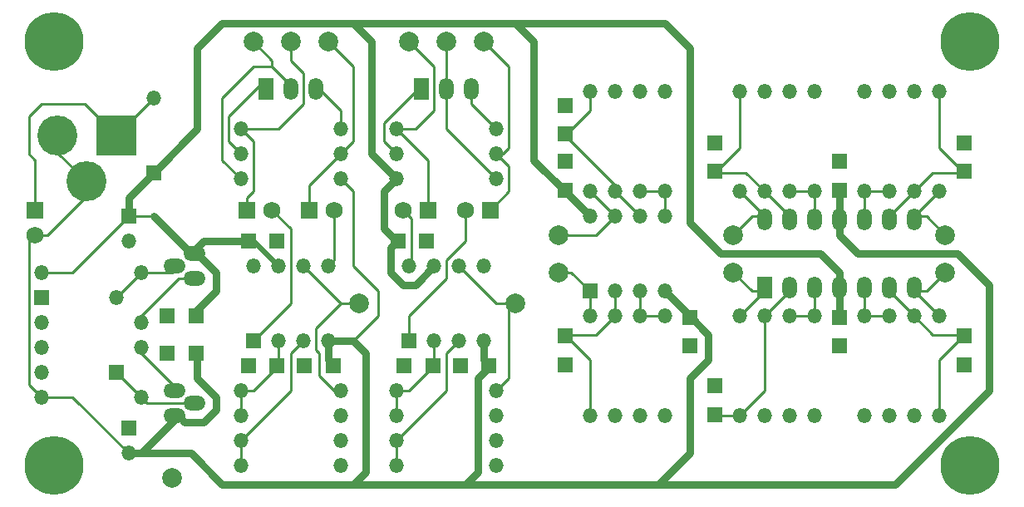
<source format=gtl>
G04 (created by PCBNEW (22-Jun-2014 BZR 4027)-stable) date Sun 10 Jun 2018 01:47:27 AM CDT*
%MOIN*%
G04 Gerber Fmt 3.4, Leading zero omitted, Abs format*
%FSLAX34Y34*%
G01*
G70*
G90*
G04 APERTURE LIST*
%ADD10C,0.00393701*%
%ADD11O,0.0885X0.059*%
%ADD12C,0.079*%
%ADD13R,0.069X0.069*%
%ADD14C,0.069*%
%ADD15O,0.059X0.059*%
%ADD16R,0.059X0.059*%
%ADD17R,0.059X0.064*%
%ADD18R,0.064X0.059*%
%ADD19R,0.16X0.16*%
%ADD20C,0.16*%
%ADD21O,0.059X0.0885*%
%ADD22R,0.059X0.0885*%
%ADD23C,0.23622*%
%ADD24C,0.01*%
%ADD25C,0.03*%
%ADD26C,0.02*%
G04 APERTURE END LIST*
G54D10*
G54D11*
X73602Y-66750D03*
X74397Y-67250D03*
X73602Y-67750D03*
X74397Y-62250D03*
X73602Y-61750D03*
X74397Y-61250D03*
G54D12*
X104500Y-60500D03*
X87250Y-63250D03*
X83000Y-52750D03*
X86000Y-52750D03*
X84500Y-52750D03*
X78250Y-52750D03*
X76750Y-52750D03*
X79750Y-52750D03*
X81000Y-63250D03*
X73500Y-70250D03*
X89000Y-60500D03*
X89000Y-62000D03*
X96000Y-60500D03*
X96000Y-62000D03*
X104500Y-62000D03*
G54D13*
X68000Y-59500D03*
G54D14*
X68000Y-60500D03*
G54D13*
X76500Y-59500D03*
G54D14*
X77500Y-59500D03*
G54D13*
X79000Y-59500D03*
G54D14*
X80000Y-59500D03*
G54D13*
X86250Y-59500D03*
G54D14*
X85250Y-59500D03*
G54D13*
X83750Y-59500D03*
G54D14*
X82750Y-59500D03*
G54D15*
X76250Y-67750D03*
X80250Y-67750D03*
X82500Y-69750D03*
X86500Y-69750D03*
X82500Y-58250D03*
X86500Y-58250D03*
X82500Y-68750D03*
X86500Y-68750D03*
X96250Y-63750D03*
X96250Y-67750D03*
X97250Y-63750D03*
X97250Y-67750D03*
X99250Y-63750D03*
X99250Y-67750D03*
X98250Y-63750D03*
X98250Y-67750D03*
X104250Y-63750D03*
X104250Y-67750D03*
X103250Y-63750D03*
X103250Y-67750D03*
X101250Y-63750D03*
X101250Y-67750D03*
X102250Y-63750D03*
X102250Y-67750D03*
X104250Y-58750D03*
X104250Y-54750D03*
X103250Y-58750D03*
X103250Y-54750D03*
X101250Y-58750D03*
X101250Y-54750D03*
X102250Y-58750D03*
X102250Y-54750D03*
X96250Y-58750D03*
X96250Y-54750D03*
X97250Y-58750D03*
X97250Y-54750D03*
X99250Y-58750D03*
X99250Y-54750D03*
X98250Y-58750D03*
X98250Y-54750D03*
X91250Y-63750D03*
X91250Y-67750D03*
X80250Y-66750D03*
X76250Y-66750D03*
X76250Y-69750D03*
X80250Y-69750D03*
X76250Y-68750D03*
X80250Y-68750D03*
X68250Y-62000D03*
X72250Y-62000D03*
X72250Y-67000D03*
X68250Y-67000D03*
X72250Y-64000D03*
X68250Y-64000D03*
X68250Y-65000D03*
X72250Y-65000D03*
X90250Y-63750D03*
X90250Y-67750D03*
X82500Y-67750D03*
X86500Y-67750D03*
X93250Y-63750D03*
X93250Y-67750D03*
X92250Y-63750D03*
X92250Y-67750D03*
X90250Y-58750D03*
X90250Y-54750D03*
X91250Y-58750D03*
X91250Y-54750D03*
X92250Y-58750D03*
X92250Y-54750D03*
X86500Y-66750D03*
X82500Y-66750D03*
X93250Y-58750D03*
X93250Y-54750D03*
X80250Y-58250D03*
X76250Y-58250D03*
G54D16*
X71750Y-59750D03*
G54D15*
X71750Y-60750D03*
G54D16*
X71750Y-68250D03*
G54D15*
X71750Y-69250D03*
G54D16*
X83000Y-64750D03*
G54D15*
X84000Y-64750D03*
X85000Y-64750D03*
X86000Y-64750D03*
X86000Y-61750D03*
X85000Y-61750D03*
X83000Y-61750D03*
X84000Y-61750D03*
G54D16*
X76750Y-64750D03*
G54D15*
X77750Y-64750D03*
X78750Y-64750D03*
X79750Y-64750D03*
X79750Y-61750D03*
X78750Y-61750D03*
X76750Y-61750D03*
X77750Y-61750D03*
G54D16*
X68250Y-63000D03*
G54D15*
X71250Y-63000D03*
G54D16*
X71250Y-66000D03*
G54D15*
X68250Y-66000D03*
G54D16*
X72750Y-58000D03*
G54D15*
X72750Y-55000D03*
G54D17*
X105250Y-57950D03*
X105250Y-56800D03*
X89250Y-56450D03*
X89250Y-55300D03*
G54D18*
X78800Y-65750D03*
X79950Y-65750D03*
X83950Y-65750D03*
X82800Y-65750D03*
X76550Y-60750D03*
X77700Y-60750D03*
G54D17*
X95250Y-57950D03*
X95250Y-56800D03*
X89250Y-58700D03*
X89250Y-57550D03*
X94250Y-63800D03*
X94250Y-64950D03*
G54D18*
X82550Y-60750D03*
X83700Y-60750D03*
X74450Y-63750D03*
X73300Y-63750D03*
X85050Y-65750D03*
X86200Y-65750D03*
G54D17*
X89250Y-64550D03*
X89250Y-65700D03*
X100250Y-58700D03*
X100250Y-57550D03*
X100250Y-63800D03*
X100250Y-64950D03*
X105250Y-64550D03*
X105250Y-65700D03*
G54D18*
X77700Y-65750D03*
X76550Y-65750D03*
G54D17*
X95250Y-67700D03*
X95250Y-66550D03*
G54D18*
X73300Y-65250D03*
X74450Y-65250D03*
G54D19*
X71250Y-56500D03*
G54D20*
X68900Y-56500D03*
X70050Y-58350D03*
G54D21*
X78250Y-54647D03*
X79250Y-54647D03*
G54D22*
X77250Y-54647D03*
G54D21*
X84500Y-54647D03*
X85500Y-54647D03*
G54D22*
X83500Y-54647D03*
G54D23*
X105500Y-52750D03*
X105500Y-69750D03*
X68750Y-69750D03*
X68750Y-52750D03*
G54D16*
X90250Y-62750D03*
G54D15*
X91250Y-62750D03*
X92250Y-62750D03*
X93250Y-62750D03*
X93250Y-59750D03*
X92250Y-59750D03*
X90250Y-59750D03*
X91250Y-59750D03*
G54D22*
X97250Y-62602D03*
G54D21*
X98250Y-62602D03*
X99250Y-62602D03*
X100250Y-62602D03*
X100250Y-59897D03*
X99250Y-59897D03*
X98250Y-59897D03*
X97250Y-59897D03*
X101250Y-62602D03*
X102250Y-62602D03*
X103250Y-62602D03*
X101250Y-59897D03*
X102250Y-59897D03*
X103250Y-59897D03*
G54D15*
X76250Y-56250D03*
X80250Y-56250D03*
X76250Y-57250D03*
X80250Y-57250D03*
X86500Y-57250D03*
X82500Y-57250D03*
X86500Y-56250D03*
X82500Y-56250D03*
G54D24*
X99250Y-63750D02*
X99250Y-62750D01*
X98250Y-63750D02*
X99250Y-63750D01*
X80250Y-56250D02*
X80250Y-55500D01*
X80250Y-55500D02*
X79250Y-54500D01*
X76750Y-64750D02*
X78250Y-63250D01*
X78250Y-60250D02*
X77500Y-59500D01*
X78250Y-63250D02*
X78250Y-60250D01*
X80000Y-59500D02*
X80000Y-61500D01*
X80000Y-61500D02*
X79750Y-61750D01*
X83000Y-64750D02*
X83000Y-63750D01*
X85250Y-60750D02*
X85250Y-59500D01*
X84500Y-61500D02*
X85250Y-60750D01*
X84500Y-62250D02*
X84500Y-61500D01*
X83000Y-63750D02*
X84500Y-62250D01*
X98250Y-58750D02*
X99250Y-58750D01*
X99250Y-59750D02*
X99250Y-58750D01*
X76250Y-57250D02*
X75750Y-56750D01*
X77000Y-54500D02*
X77250Y-54500D01*
X75750Y-55750D02*
X77000Y-54500D01*
X75750Y-56750D02*
X75750Y-55750D01*
X86500Y-57250D02*
X86750Y-57250D01*
X87000Y-53750D02*
X86000Y-52750D01*
X87000Y-57000D02*
X87000Y-53750D01*
X86750Y-57250D02*
X87000Y-57000D01*
X86250Y-59500D02*
X87000Y-58750D01*
X87000Y-57750D02*
X86500Y-57250D01*
X87000Y-58000D02*
X87000Y-57750D01*
X87000Y-58750D02*
X87000Y-58000D01*
X82500Y-57250D02*
X82000Y-56750D01*
X82000Y-56000D02*
X83500Y-54500D01*
X82000Y-56750D02*
X82000Y-56000D01*
X96250Y-67750D02*
X97250Y-66750D01*
X97250Y-66750D02*
X97250Y-63750D01*
X96250Y-67750D02*
X95250Y-67750D01*
X97250Y-63750D02*
X98250Y-62750D01*
X105250Y-58000D02*
X104250Y-57000D01*
X104250Y-57000D02*
X104250Y-54750D01*
X105250Y-58000D02*
X104000Y-58000D01*
X104000Y-58000D02*
X103250Y-58750D01*
X102250Y-59750D02*
X103250Y-58750D01*
X95250Y-58000D02*
X96250Y-57000D01*
X96250Y-57000D02*
X96250Y-54750D01*
X95250Y-58000D02*
X96500Y-58000D01*
X96500Y-58000D02*
X97250Y-58750D01*
X98250Y-59750D02*
X97250Y-58750D01*
X102250Y-58750D02*
X101250Y-58750D01*
X101250Y-59750D02*
X101250Y-58750D01*
X71250Y-56500D02*
X72750Y-55000D01*
X68000Y-59500D02*
X68000Y-57500D01*
X70000Y-55250D02*
X71250Y-56500D01*
X68250Y-55250D02*
X70000Y-55250D01*
X67750Y-55750D02*
X68250Y-55250D01*
X67750Y-57250D02*
X67750Y-55750D01*
X68000Y-57500D02*
X67750Y-57250D01*
X93250Y-63750D02*
X92250Y-63750D01*
X92250Y-63750D02*
X92250Y-62750D01*
X76250Y-69750D02*
X76250Y-68750D01*
X76250Y-68750D02*
X78250Y-66750D01*
X78250Y-65250D02*
X78750Y-64750D01*
X78250Y-66750D02*
X78250Y-65250D01*
X102250Y-63750D02*
X101250Y-63750D01*
X101250Y-63750D02*
X101250Y-62750D01*
X76250Y-67750D02*
X76250Y-66750D01*
X77750Y-65750D02*
X76750Y-66750D01*
X76750Y-66750D02*
X76250Y-66750D01*
X77750Y-65750D02*
X77750Y-64750D01*
X71250Y-63000D02*
X72250Y-62000D01*
X72250Y-62000D02*
X73500Y-62000D01*
X73500Y-62000D02*
X73750Y-61750D01*
X73750Y-66750D02*
X72250Y-65250D01*
X72250Y-65250D02*
X72250Y-65000D01*
X72250Y-67000D02*
X71250Y-66000D01*
X74250Y-67250D02*
X72500Y-67250D01*
X72500Y-67250D02*
X72250Y-67000D01*
X74250Y-62250D02*
X73750Y-62250D01*
X72250Y-63750D02*
X72250Y-64000D01*
X73750Y-62250D02*
X72250Y-63750D01*
X78250Y-52750D02*
X78250Y-53500D01*
X77750Y-56250D02*
X76250Y-56250D01*
X78750Y-55250D02*
X77750Y-56250D01*
X78750Y-54000D02*
X78750Y-55250D01*
X78250Y-53500D02*
X78750Y-54000D01*
X76500Y-59500D02*
X76500Y-59000D01*
X76750Y-56750D02*
X76250Y-56250D01*
X76750Y-58750D02*
X76750Y-56750D01*
X76500Y-59000D02*
X76750Y-58750D01*
X80250Y-57250D02*
X80750Y-56750D01*
X80750Y-53750D02*
X79750Y-52750D01*
X80750Y-56750D02*
X80750Y-53750D01*
X79000Y-59500D02*
X79000Y-58500D01*
X79000Y-58500D02*
X80250Y-57250D01*
X84000Y-65750D02*
X84000Y-64750D01*
X82500Y-66750D02*
X83000Y-66750D01*
X83000Y-66750D02*
X84000Y-65750D01*
X82500Y-67750D02*
X82500Y-66750D01*
X85000Y-64750D02*
X84500Y-65250D01*
X84500Y-66750D02*
X82500Y-68750D01*
X84500Y-66500D02*
X84500Y-66750D01*
X84500Y-65250D02*
X84500Y-66500D01*
X82500Y-69750D02*
X82500Y-68750D01*
X93250Y-58750D02*
X92250Y-58750D01*
X93250Y-59750D02*
X93250Y-58750D01*
X89250Y-64500D02*
X90250Y-65500D01*
X90250Y-65500D02*
X90250Y-67750D01*
X89250Y-64500D02*
X90500Y-64500D01*
X90500Y-64500D02*
X91250Y-63750D01*
X91250Y-63750D02*
X91250Y-62750D01*
X77500Y-53750D02*
X77500Y-53500D01*
X77500Y-53500D02*
X76750Y-52750D01*
X76250Y-58250D02*
X75500Y-57500D01*
X77500Y-53750D02*
X78250Y-54500D01*
X76750Y-53750D02*
X77500Y-53750D01*
X75500Y-55000D02*
X76750Y-53750D01*
X75500Y-57500D02*
X75500Y-55000D01*
X89250Y-56500D02*
X91250Y-58500D01*
X91250Y-58500D02*
X91250Y-58750D01*
X89250Y-56500D02*
X90250Y-55500D01*
X90250Y-55500D02*
X90250Y-54750D01*
X92250Y-59750D02*
X91250Y-58750D01*
X103250Y-63750D02*
X104000Y-64500D01*
X104000Y-64500D02*
X105250Y-64500D01*
X104250Y-67750D02*
X104250Y-65500D01*
X104250Y-65500D02*
X105250Y-64500D01*
X102250Y-62750D02*
X103250Y-63750D01*
X83000Y-61750D02*
X83100Y-61650D01*
X83100Y-59850D02*
X82750Y-59500D01*
X83100Y-61650D02*
X83100Y-59850D01*
X86500Y-58250D02*
X84500Y-56250D01*
X84500Y-56250D02*
X84500Y-54500D01*
X84500Y-54500D02*
X84500Y-52750D01*
X83750Y-59500D02*
X83750Y-57500D01*
X83750Y-57500D02*
X82500Y-56250D01*
X82500Y-56250D02*
X83250Y-56250D01*
X84000Y-53750D02*
X83000Y-52750D01*
X84000Y-55500D02*
X84000Y-53750D01*
X83250Y-56250D02*
X84000Y-55500D01*
X85500Y-54500D02*
X85500Y-55250D01*
X85500Y-55250D02*
X86500Y-56250D01*
G54D25*
X89250Y-58750D02*
X88000Y-57500D01*
X88000Y-52750D02*
X87250Y-52000D01*
X88000Y-57500D02*
X88000Y-52750D01*
X82500Y-58250D02*
X81500Y-57250D01*
X81500Y-52750D02*
X80750Y-52000D01*
X81500Y-53500D02*
X81500Y-52750D01*
X81500Y-57250D02*
X81500Y-53500D01*
X76500Y-60750D02*
X74750Y-60750D01*
X74750Y-60750D02*
X74250Y-61250D01*
X82500Y-60750D02*
X82000Y-60250D01*
X82000Y-58750D02*
X82500Y-58250D01*
X82000Y-60250D02*
X82000Y-58750D01*
X84000Y-61750D02*
X83250Y-62500D01*
X82250Y-61000D02*
X82500Y-60750D01*
X82250Y-61500D02*
X82250Y-61000D01*
X82250Y-62000D02*
X82250Y-61500D01*
X82500Y-62250D02*
X82250Y-62000D01*
X82750Y-62500D02*
X82500Y-62250D01*
X83250Y-62500D02*
X82750Y-62500D01*
X75250Y-52250D02*
X75500Y-52000D01*
X75500Y-52000D02*
X80750Y-52000D01*
X72750Y-58000D02*
X74500Y-56250D01*
X74500Y-53000D02*
X74500Y-56250D01*
X75250Y-52250D02*
X74500Y-53000D01*
X93500Y-52250D02*
X94250Y-53000D01*
X94250Y-53000D02*
X94250Y-60000D01*
X94250Y-60000D02*
X95500Y-61250D01*
X95500Y-61250D02*
X99500Y-61250D01*
X99500Y-61250D02*
X100250Y-62000D01*
X100250Y-62000D02*
X100250Y-62750D01*
X93250Y-52000D02*
X93500Y-52250D01*
X87250Y-52000D02*
X93250Y-52000D01*
X80750Y-52000D02*
X87250Y-52000D01*
X74500Y-63750D02*
X74500Y-63500D01*
X74500Y-63500D02*
X75250Y-62750D01*
X75250Y-62750D02*
X75250Y-62000D01*
X75250Y-62000D02*
X74500Y-61250D01*
X74500Y-61250D02*
X74250Y-61250D01*
X100250Y-63750D02*
X100250Y-62750D01*
X90250Y-59750D02*
X89250Y-58750D01*
G54D24*
X76500Y-60750D02*
X76750Y-60750D01*
G54D26*
X76750Y-60750D02*
X77750Y-61750D01*
G54D24*
X71750Y-59750D02*
X72750Y-59750D01*
G54D25*
X72750Y-59750D02*
X74250Y-61250D01*
G54D24*
X68250Y-62000D02*
X69500Y-62000D01*
X69500Y-62000D02*
X71750Y-59750D01*
G54D25*
X71750Y-59750D02*
X71750Y-59000D01*
X71750Y-59000D02*
X72750Y-58000D01*
X85750Y-66250D02*
X85750Y-70000D01*
X86250Y-65750D02*
X85750Y-66250D01*
X85750Y-70000D02*
X85250Y-70500D01*
X93000Y-70500D02*
X102500Y-70500D01*
X100250Y-60500D02*
X101000Y-61250D01*
X101000Y-61250D02*
X105000Y-61250D01*
X105000Y-61250D02*
X106250Y-62500D01*
X106250Y-62500D02*
X106250Y-66750D01*
X106250Y-66750D02*
X102750Y-70250D01*
X100250Y-60500D02*
X100250Y-59750D01*
X102500Y-70500D02*
X102750Y-70250D01*
X80750Y-70500D02*
X85250Y-70500D01*
X85250Y-70500D02*
X93000Y-70500D01*
X93000Y-70500D02*
X93250Y-70250D01*
X80250Y-70500D02*
X80750Y-70500D01*
X80750Y-64750D02*
X81250Y-65250D01*
X74250Y-69250D02*
X75500Y-70500D01*
X75500Y-70500D02*
X80250Y-70500D01*
X74250Y-69250D02*
X72250Y-69250D01*
X81250Y-70000D02*
X81250Y-65250D01*
X80750Y-70500D02*
X81250Y-70000D01*
G54D24*
X81500Y-64000D02*
X81750Y-63750D01*
X80750Y-61750D02*
X80750Y-58750D01*
X80250Y-58250D02*
X80750Y-58750D01*
X81500Y-64000D02*
X80750Y-64750D01*
X81750Y-62750D02*
X80750Y-61750D01*
X81750Y-63750D02*
X81750Y-62750D01*
G54D25*
X73750Y-67750D02*
X74000Y-68000D01*
X74500Y-66250D02*
X74500Y-65250D01*
X75250Y-67000D02*
X74500Y-66250D01*
X75250Y-67500D02*
X75250Y-67000D01*
X74750Y-68000D02*
X75250Y-67500D01*
X74000Y-68000D02*
X74750Y-68000D01*
X95000Y-64500D02*
X94250Y-63750D01*
X95000Y-65500D02*
X95000Y-64500D01*
X94250Y-66250D02*
X95000Y-65500D01*
X94250Y-69250D02*
X94250Y-66250D01*
X93250Y-70250D02*
X94250Y-69250D01*
X72500Y-69000D02*
X72250Y-69250D01*
X100250Y-59750D02*
X100250Y-58750D01*
X94250Y-63750D02*
X93250Y-62750D01*
G54D24*
X86250Y-65750D02*
X86000Y-65500D01*
G54D25*
X86000Y-65500D02*
X86000Y-64750D01*
X79750Y-64750D02*
X80750Y-64750D01*
G54D24*
X80000Y-65750D02*
X79750Y-65500D01*
G54D25*
X79750Y-65500D02*
X79750Y-64750D01*
X71750Y-69250D02*
X72250Y-69250D01*
X72250Y-69250D02*
X73750Y-67750D01*
G54D24*
X71750Y-69250D02*
X69500Y-67000D01*
X69500Y-67000D02*
X68250Y-67000D01*
X68000Y-60500D02*
X67750Y-60750D01*
X67750Y-66500D02*
X68250Y-67000D01*
X67750Y-60750D02*
X67750Y-66500D01*
X68000Y-60500D02*
X68500Y-60500D01*
X70050Y-58950D02*
X70050Y-58350D01*
X68500Y-60500D02*
X70050Y-58950D01*
X68900Y-56500D02*
X68900Y-57200D01*
X68900Y-57200D02*
X70050Y-58350D01*
X79250Y-65000D02*
X79250Y-65100D01*
X79250Y-64250D02*
X79250Y-65000D01*
X80250Y-63250D02*
X79250Y-64250D01*
X80000Y-66750D02*
X79500Y-66250D01*
X80000Y-66750D02*
X80250Y-66750D01*
X79400Y-66150D02*
X79500Y-66250D01*
X79400Y-65250D02*
X79400Y-66150D01*
X79250Y-65100D02*
X79400Y-65250D01*
X78750Y-61750D02*
X80250Y-63250D01*
X80250Y-63250D02*
X81000Y-63250D01*
X86500Y-66750D02*
X87000Y-66250D01*
X87000Y-63500D02*
X87250Y-63250D01*
X87000Y-66250D02*
X87000Y-63500D01*
X85000Y-61750D02*
X86500Y-63250D01*
X86500Y-63250D02*
X87250Y-63250D01*
X89000Y-62000D02*
X89500Y-62000D01*
X89500Y-62000D02*
X90250Y-62750D01*
X90250Y-63750D02*
X90250Y-62750D01*
X91250Y-59750D02*
X90250Y-58750D01*
X89000Y-60500D02*
X90500Y-60500D01*
X90500Y-60500D02*
X91250Y-59750D01*
X96000Y-62000D02*
X96750Y-62750D01*
X96750Y-62750D02*
X97250Y-62750D01*
X96250Y-63750D02*
X97250Y-62750D01*
X104500Y-62000D02*
X103750Y-62750D01*
X103750Y-62750D02*
X103250Y-62750D01*
X103250Y-62750D02*
X104250Y-63750D01*
X104500Y-60500D02*
X103750Y-59750D01*
X103750Y-59750D02*
X103250Y-59750D01*
X103250Y-59750D02*
X104250Y-58750D01*
X96000Y-60500D02*
X96750Y-59750D01*
X96750Y-59750D02*
X97250Y-59750D01*
X97250Y-59750D02*
X96250Y-58750D01*
M02*

</source>
